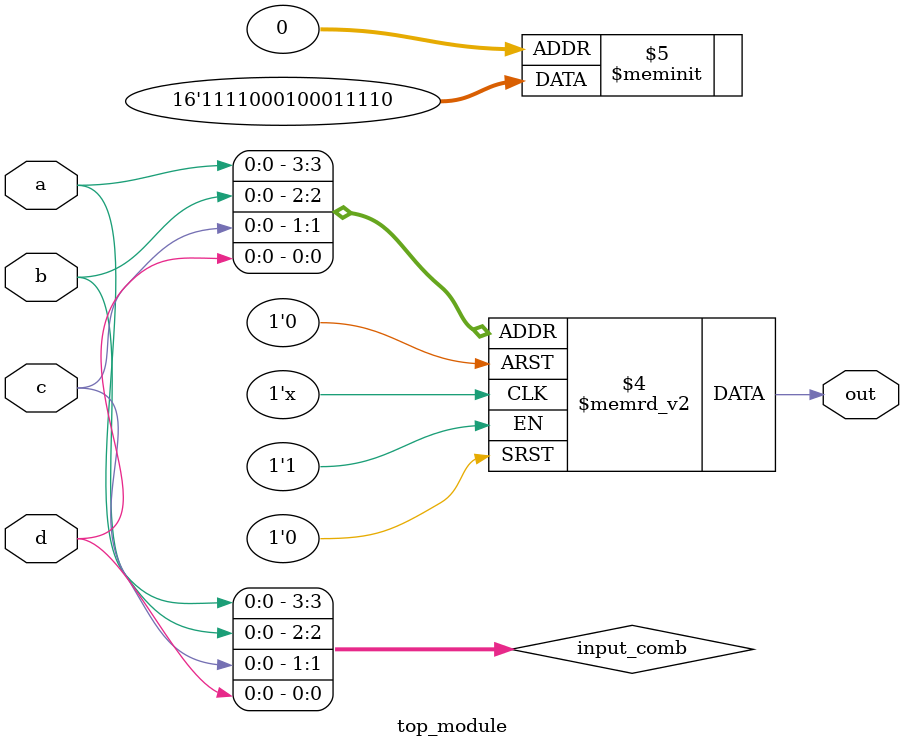
<source format=sv>
module top_module (
    input a, 
    input b,
    input c,
    input d,
    output reg out
);

// Input combination
reg [3:0] input_comb;

always @* begin
    // Combine the input bits into a 4-bit vector
    input_comb = {a, b, c, d};

    // Determine the output based on the input combination
    case(input_comb)
        4'b0000: out = 1'b0;
        4'b0001: out = 1'b1;
        4'b0010: out = 1'b1;
        4'b0011: out = 1'b1;
        4'b0100: out = 1'b1;
        4'b0101: out = 1'b0;
        4'b0110: out = 1'b0;
        4'b0111: out = 1'b0;
        4'b1000: out = 1'b1;
        4'b1001: out = 1'b0;
        4'b1010: out = 1'b0;
        4'b1011: out = 1'b0;
        4'b1100: out = 1'b1;
        4'b1101: out = 1'b1;
        4'b1110: out = 1'b1;
        4'b1111: out = 1'b1;
        default: out = 1'b0; // Added a default case when input_comb is not matched by any of the previous cases
    endcase
end

endmodule

</source>
